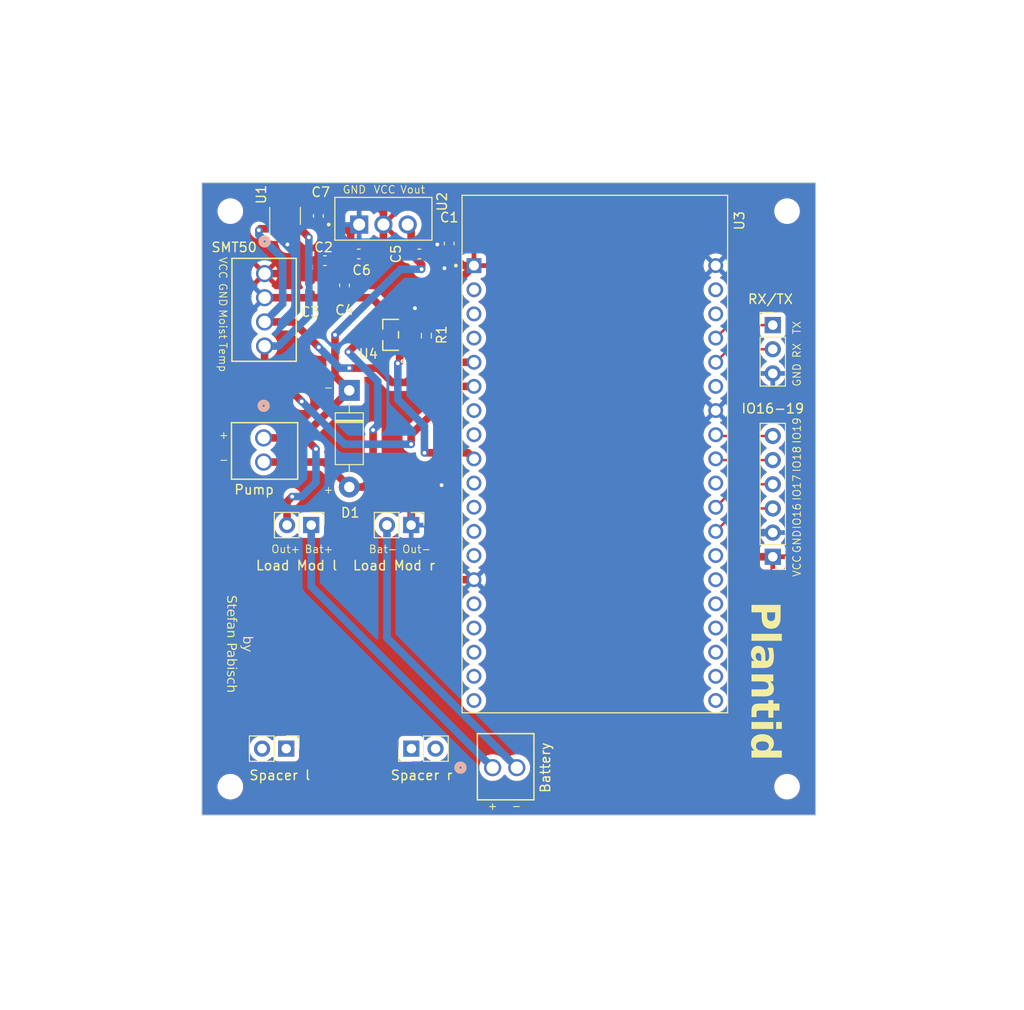
<source format=kicad_pcb>
(kicad_pcb (version 20221018) (generator pcbnew)
  (layers (0 "F.Cu" signal) (31 "B.Cu" signal) (34 "B.Paste" user) (35 "F.Paste" user) (36 "B.SilkS" user "B.Silkscreen") (37 "F.SilkS" user "F.Silkscreen") (38 "B.Mask" user) (39 "F.Mask" user) (44 "Edge.Cuts" user))
  (net 0 "")
  (net 1 "GND")
  (net 2 "+3.3V")
  (net 3 "/Charger +")
  (net 4 "/Moisture")
  (net 5 "/Temperature")
  (net 6 "Net-(J3-Pin_1)")
  (net 7 "Net-(J3-Pin_2)")
  (net 8 "/IO16")
  (net 9 "/IO17")
  (net 10 "/IO18")
  (net 11 "/IO19")
  (net 12 "/TX")
  (net 13 "/RX")
  (net 39 "/Gate")
  (net 40 "Net-(D1-A)")
  (footprint "ESP32-DEVKITC-32D:MODULE_ESP32-DEVKITC-32D" (layer "F.Cu") (at 145.3 106.48)
    (fp_text reference "U3" (at 15.2 -24.48 90) (layer "F.SilkS") (effects (font (size 1.000386 1.000386))))
    (fp_text value "ESP32-DEVKITC-32D")
    (fp_line (start -13.95 -27.15) (end 13.95 -27.15) (stroke (width 0.127)) (layer "F.SilkS"))
    (fp_line (start -13.95 27.25) (end -13.95 -27.15) (stroke (width 0.127)) (layer "F.SilkS"))
    (fp_line (start 13.95 -27.15) (end 13.95 27.25) (stroke (width 0.127)) (layer "F.SilkS"))
    (fp_line (start 13.95 27.25) (end -13.95 27.25) (stroke (width 0.127)) (layer "F.SilkS"))
    (fp_circle (center -14.6 -19.76) (end -14.5 -19.76) (stroke (width 0.2)) (fill none) (layer "F.SilkS"))
    (pad "J2-1" thru_hole rect (at -12.7 -19.76) (size 1.56 1.56) (drill 1.04) (layers "*.Cu" "*.Mask") (net 2 "+3.3V"))
    (pad "J2-2" thru_hole circle (at -12.7 -17.22) (size 1.56 1.56) (drill 1.04) (layers "*.Cu" "*.Mask"))
    (pad "J2-3" thru_hole circle (at -12.7 -14.68) (size 1.56 1.56) (drill 1.04) (layers "*.Cu" "*.Mask"))
    (pad "J2-4" thru_hole circle (at -12.7 -12.14) (size 1.56 1.56) (drill 1.04) (layers "*.Cu" "*.Mask"))
    (pad "J2-5" thru_hole circle (at -12.7 -9.6) (size 1.56 1.56) (drill 1.04) (layers "*.Cu" "*.Mask") (net 4 "/Moisture"))
    (pad "J2-6" thru_hole circle (at -12.7 -7.06) (size 1.56 1.56) (drill 1.04) (layers "*.Cu" "*.Mask") (net 5 "/Temperature"))
    (pad "J2-7" thru_hole circle (at -12.7 -4.52) (size 1.56 1.56) (drill 1.04) (layers "*.Cu" "*.Mask"))
    (pad "J2-8" thru_hole circle (at -12.7 -1.98) (size 1.56 1.56) (drill 1.04) (layers "*.Cu" "*.Mask"))
    (pad "J2-9" thru_hole circle (at -12.7 0.56) (size 1.56 1.56) (drill 1.04) (layers "*.Cu" "*.Mask") (net 39 "/Gate"))
    (pad "J2-10" thru_hole circle (at -12.7 3.1) (size 1.56 1.56) (drill 1.04) (layers "*.Cu" "*.Mask"))
    (pad "J2-11" thru_hole circle (at -12.7 5.64) (size 1.56 1.56) (drill 1.04) (layers "*.Cu" "*.Mask"))
    (pad "J2-12" thru_hole circle (at -12.7 8.18) (size 1.56 1.56) (drill 1.04) (layers "*.Cu" "*.Mask"))
    (pad "J2-13" thru_hole circle (at -12.7 10.72) (size 1.56 1.56) (drill 1.04) (layers "*.Cu" "*.Mask"))
    (pad "J2-14" thru_hole circle (at -12.7 13.26) (size 1.56 1.56) (drill 1.04) (layers "*.Cu" "*.Mask") (net 1 "GND"))
    (pad "J2-15" thru_hole circle (at -12.7 15.8) (size 1.56 1.56) (drill 1.04) (layers "*.Cu" "*.Mask"))
    (pad "J2-16" thru_hole circle (at -12.7 18.34) (size 1.56 1.56) (drill 1.04) (layers "*.Cu" "*.Mask"))
    (pad "J2-17" thru_hole circle (at -12.7 20.88) (size 1.56 1.56) (drill 1.04) (layers "*.Cu" "*.Mask"))
    (pad "J2-18" thru_hole circle (at -12.7 23.42) (size 1.56 1.56) (drill 1.04) (layers "*.Cu" "*.Mask"))
    (pad "J2-19" thru_hole circle (at -12.7 25.96) (size 1.56 1.56) (drill 1.04) (layers "*.Cu" "*.Mask"))
    (pad "J3-1" thru_hole circle (at 12.7 -19.76) (size 1.56 1.56) (drill 1.04) (layers "*.Cu" "*.Mask") (net 1 "GND"))
    (pad "J3-2" thru_hole circle (at 12.7 -17.22) (size 1.56 1.56) (drill 1.04) (layers "*.Cu" "*.Mask"))
    (pad "J3-3" thru_hole circle (at 12.7 -14.68) (size 1.56 1.56) (drill 1.04) (layers "*.Cu" "*.Mask"))
    (pad "J3-4" thru_hole circle (at 12.7 -12.14) (size 1.56 1.56) (drill 1.04) (layers "*.Cu" "*.Mask") (net 12 "/TX"))
    (pad "J3-5" thru_hole circle (at 12.7 -9.6) (size 1.56 1.56) (drill 1.04) (layers "*.Cu" "*.Mask") (net 13 "/RX"))
    (pad "J3-6" thru_hole circle (at 12.7 -7.06) (size 1.56 1.56) (drill 1.04) (layers "*.Cu" "*.Mask"))
    (pad "J3-7" thru_hole circle (at 12.7 -4.52) (size 1.56 1.56) (drill 1.04) (layers "*.Cu" "*.Mask") (net 1 "GND"))
    (pad "J3-8" thru_hole circle (at 12.7 -1.98) (size 1.56 1.56) (drill 1.04) (layers "*.Cu" "*.Mask") (net 11 "/IO19"))
    (pad "J3-9" thru_hole circle (at 12.7 0.56) (size 1.56 1.56) (drill 1.04) (layers "*.Cu" "*.Mask") (net 10 "/IO18"))
    (pad "J3-10" thru_hole circle (at 12.7 3.1) (size 1.56 1.56) (drill 1.04) (layers "*.Cu" "*.Mask"))
    (pad "J3-11" thru_hole circle (at 12.7 5.64) (size 1.56 1.56) (drill 1.04) (layers "*.Cu" "*.Mask") (net 9 "/IO17"))
    (pad "J3-12" thru_hole circle (at 12.7 8.18) (size 1.56 1.56) (drill 1.04) (layers "*.Cu" "*.Mask") (net 8 "/IO16"))
    (pad "J3-13" thru_hole circle (at 12.7 10.72) (size 1.56 1.56) (drill 1.04) (layers "*.Cu" "*.Mask"))
    (pad "J3-14" thru_hole circle (at 12.7 13.26) (size 1.56 1.56) (drill 1.04) (layers "*.Cu" "*.Mask"))
    (pad "J3-15" thru_hole circle (at 12.7 15.8) (size 1.56 1.56) (drill 1.04) (layers "*.Cu" "*.Mask"))
    (pad "J3-16" thru_hole circle (at 12.7 18.34) (size 1.56 1.56) (drill 1.04) (layers "*.Cu" "*.Mask"))
    (pad "J3-17" thru_hole circle (at 12.7 20.88) (size 1.56 1.56) (drill 1.04) (layers "*.Cu" "*.Mask"))
    (pad "J3-18" thru_hole circle (at 12.7 23.42) (size 1.56 1.56) (drill 1.04) (layers "*.Cu" "*.Mask"))
    (pad "J3-19" thru_hole circle (at 12.7 25.96) (size 1.56 1.56) (drill 1.04) (layers "*.Cu" "*.Mask"))
  )
  (footprint "Capacitor_SMD:C_0603_1608Metric_Pad1.08x0.95mm_HandSolder" (layer "F.Cu") (at 119 88.8 90)
    (fp_text reference "C4" (at -2.6 0 180) (layer "F.SilkS"))
    (fp_text value "1u")
    (fp_line (start -0.146267 -0.51) (end 0.146267 -0.51) (stroke (width 0.12)) (layer "F.SilkS"))
    (fp_line (start -0.146267 0.51) (end 0.146267 0.51) (stroke (width 0.12)) (layer "F.SilkS"))
    (pad "1" smd roundrect (at -0.8625 0 90) (size 1.075 0.95) (layers "F.Cu" "F.Paste" "F.Mask") (net 1 "GND"))
    (pad "2" smd roundrect (at 0.8625 0 90) (size 1.075 0.95) (layers "F.Cu" "F.Paste" "F.Mask") (net 2 "+3.3V"))
  )
  (footprint "Capacitor_SMD:C_0603_1608Metric_Pad1.08x0.95mm_HandSolder" (layer "F.Cu") (at 116.9375 86.2 180)
    (fp_text reference "C2" (at 0.1375 1.4 180) (layer "F.SilkS"))
    (fp_text value "10u")
    (fp_line (start -0.146267 -0.51) (end 0.146267 -0.51) (stroke (width 0.12)) (layer "F.SilkS"))
    (fp_line (start -0.146267 0.51) (end 0.146267 0.51) (stroke (width 0.12)) (layer "F.SilkS"))
    (pad "1" smd roundrect (at -0.8625 0 180) (size 1.075 0.95) (layers "F.Cu" "F.Paste" "F.Mask") (net 1 "GND"))
    (pad "2" smd roundrect (at 0.8625 0 180) (size 1.075 0.95) (layers "F.Cu" "F.Paste" "F.Mask") (net 2 "+3.3V"))
  )
  (footprint "MountingHole:MountingHole_2.2mm_M2" (layer "F.Cu") (at 165.5 81)
    (fp_text reference "H2")
    (fp_text value "MountingHole")
    (pad "" np_thru_hole circle (at 0 0) (size 2.2 2.2) (drill 2.2) (layers "*.Cu" "*.Mask"))
  )
  (footprint "MountingHole:MountingHole_2.2mm_M2" (layer "F.Cu") (at 165.5 141.5)
    (fp_text reference "H4")
    (fp_text value "MountingHole")
    (pad "" np_thru_hole circle (at 0 0) (size 2.2 2.2) (drill 2.2) (layers "*.Cu" "*.Mask"))
  )
  (footprint "MountingHole:MountingHole_2.2mm_M2" (layer "F.Cu") (at 107 81)
    (fp_text reference "H1")
    (fp_text value "MountingHole")
    (pad "" np_thru_hole circle (at 0 0) (size 2.2 2.2) (drill 2.2) (layers "*.Cu" "*.Mask"))
  )
  (footprint "Resistor_SMD:R_0603_1608Metric_Pad0.98x0.95mm_HandSolder" (layer "F.Cu") (at 127.6 94.0875 -90)
    (fp_text reference "R1" (at -0.0875 -1.6 90) (layer "F.SilkS"))
    (fp_text value "10k")
    (fp_line (start -0.254724 -0.5225) (end 0.254724 -0.5225) (stroke (width 0.12)) (layer "F.SilkS"))
    (fp_line (start -0.254724 0.5225) (end 0.254724 0.5225) (stroke (width 0.12)) (layer "F.SilkS"))
    (pad "1" smd roundrect (at -0.9125 0 270) (size 0.975 0.95) (layers "F.Cu" "F.Paste" "F.Mask") (net 1 "GND"))
    (pad "2" smd roundrect (at 0.9125 0 270) (size 0.975 0.95) (layers "F.Cu" "F.Paste" "F.Mask") (net 39 "/Gate"))
  )
  (footprint "Capacitor_SMD:C_0603_1608Metric_Pad1.08x0.95mm_HandSolder" (layer "F.Cu") (at 115.4 89 90)
    (fp_text reference "C3" (at -2.6 0 180) (layer "F.SilkS"))
    (fp_text value "10u")
    (fp_line (start -0.146267 -0.51) (end 0.146267 -0.51) (stroke (width 0.12)) (layer "F.SilkS"))
    (fp_line (start -0.146267 0.51) (end 0.146267 0.51) (stroke (width 0.12)) (layer "F.SilkS"))
    (pad "1" smd roundrect (at -0.8625 0 90) (size 1.075 0.95) (layers "F.Cu" "F.Paste" "F.Mask") (net 1 "GND"))
    (pad "2" smd roundrect (at 0.8625 0 90) (size 1.075 0.95) (layers "F.Cu" "F.Paste" "F.Mask") (net 2 "+3.3V"))
  )
  (footprint "Connector_PinHeader_2.54mm:PinHeader_1x03_P2.54mm_Vertical" (layer "F.Cu") (at 164 92.975)
    (fp_text reference "J7")
    (fp_text value "RX/TX" (at -0.25 -2.725) (layer "F.SilkS"))
    (fp_line (start -1.33 -1.33) (end 0 -1.33) (stroke (width 0.12)) (layer "F.SilkS"))
    (fp_line (start -1.33 0) (end -1.33 -1.33) (stroke (width 0.12)) (layer "F.SilkS"))
    (fp_line (start -1.33 1.27) (end -1.33 6.41) (stroke (width 0.12)) (layer "F.SilkS"))
    (fp_line (start -1.33 1.27) (end 1.33 1.27) (stroke (width 0.12)) (layer "F.SilkS"))
    (fp_line (start -1.33 6.41) (end 1.33 6.41) (stroke (width 0.12)) (layer "F.SilkS"))
    (fp_line (start 1.33 1.27) (end 1.33 6.41) (stroke (width 0.12)) (layer "F.SilkS"))
    (pad "1" thru_hole rect (at 0 0) (size 1.7 1.7) (drill 1) (layers "*.Cu" "*.Mask") (net 12 "/TX"))
    (pad "2" thru_hole oval (at 0 2.54) (size 1.7 1.7) (drill 1) (layers "*.Cu" "*.Mask") (net 13 "/RX"))
    (pad "3" thru_hole oval (at 0 5.08) (size 1.7 1.7) (drill 1) (layers "*.Cu" "*.Mask") (net 1 "GND"))
  )
  (footprint "Connector_PinHeader_2.54mm:PinHeader_1x06_P2.54mm_Vertical" (layer "F.Cu") (at 164 117.33 180)
    (fp_text reference "J6")
    (fp_text value "IO16-19" (at 0 15.58) (layer "F.SilkS"))
    (fp_line (start -1.33 -1.33) (end 0 -1.33) (stroke (width 0.12)) (layer "F.SilkS"))
    (fp_line (start -1.33 0) (end -1.33 -1.33) (stroke (width 0.12)) (layer "F.SilkS"))
    (fp_line (start -1.33 1.27) (end -1.33 14.03) (stroke (width 0.12)) (layer "F.SilkS"))
    (fp_line (start -1.33 1.27) (end 1.33 1.27) (stroke (width 0.12)) (layer "F.SilkS"))
    (fp_line (start -1.33 14.03) (end 1.33 14.03) (stroke (width 0.12)) (layer "F.SilkS"))
    (fp_line (start 1.33 1.27) (end 1.33 14.03) (stroke (width 0.12)) (layer "F.SilkS"))
    (pad "1" thru_hole rect (at 0 0 180) (size 1.7 1.7) (drill 1) (layers "*.Cu" "*.Mask") (net 2 "+3.3V"))
    (pad "2" thru_hole oval (at 0 2.54 180) (size 1.7 1.7) (drill 1) (layers "*.Cu" "*.Mask") (net 1 "GND"))
    (pad "3" thru_hole oval (at 0 5.08 180) (size 1.7 1.7) (drill 1) (layers "*.Cu" "*.Mask") (net 8 "/IO16"))
    (pad "4" thru_hole oval (at 0 7.62 180) (size 1.7 1.7) (drill 1) (layers "*.Cu" "*.Mask") (net 9 "/IO17"))
    (pad "5" thru_hole oval (at 0 10.16 180) (size 1.7 1.7) (drill 1) (layers "*.Cu" "*.Mask") (net 10 "/IO18"))
    (pad "6" thru_hole oval (at 0 12.7 180) (size 1.7 1.7) (drill 1) (layers "*.Cu" "*.Mask") (net 11 "/IO19"))
  )
  (footprint "1x04 Connector:CONN_OSTVN04A150_OST" (layer "F.Cu") (at 110.6 87.56 -90)
    (fp_text reference "J1")
    (fp_text value "SMT50" (at -2.76 3.2 unlocked) (layer "F.SilkS"))
    (fp_circle (center -3.3782 0) (end -2.9972 0) (stroke (width 0.508)) (fill none) (layer "B.SilkS"))
    (fp_line (start -1.6002 -3.327001) (end -1.6002 3.429399) (stroke (width 0.1524)) (layer "F.SilkS"))
    (fp_line (start -1.6002 3.429399) (end 9.2202 3.429399) (stroke (width 0.1524)) (layer "F.SilkS"))
    (fp_line (start 9.2202 -3.327001) (end -1.6002 -3.327001) (stroke (width 0.1524)) (layer "F.SilkS"))
    (fp_line (start 9.2202 3.429399) (end 9.2202 -3.327001) (stroke (width 0.1524)) (layer "F.SilkS"))
    (fp_circle (center -3.3782 0) (end -2.9972 0) (stroke (width 0.508)) (fill none) (layer "F.SilkS"))
    (pad "1" thru_hole circle (at 0 0 270) (size 1.8034 1.8034) (drill 1.2954) (layers "*.Cu" "*.Mask") (net 2 "+3.3V"))
    (pad "2" thru_hole circle (at 2.54 0 270) (size 1.8034 1.8034) (drill 1.2954) (layers "*.Cu" "*.Mask") (net 1 "GND"))
    (pad "3" thru_hole circle (at 5.08 0 270) (size 1.8034 1.8034) (drill 1.2954) (layers "*.Cu" "*.Mask") (net 4 "/Moisture"))
    (pad "4" thru_hole circle (at 7.62 0 270) (size 1.8034 1.8034) (drill 1.2954) (layers "*.Cu" "*.Mask") (net 5 "/Temperature"))
  )
  (footprint "LD1117V33:TO255P1020X450X1968-3" (layer "F.Cu") (at 123.0875 81.8)
    (fp_text reference "U2" (at 6.1625 -1.8 -90) (layer "F.SilkS"))
    (fp_text value "LD1117S33TR_SOT223")
    (fp_line (start -5.1 -2.25) (end 5.1 -2.25) (stroke (width 0.127)) (layer "F.SilkS"))
    (fp_line (start -5.1 2.25) (end -5.1 -2.25) (stroke (width 0.127)) (layer "F.SilkS"))
    (fp_line (start 5.1 -2.25) (end 5.1 2.25) (stroke (width 0.127)) (layer "F.SilkS"))
    (fp_line (start 5.1 2.25) (end -5.1 2.25) (stroke (width 0.127)) (layer "F.SilkS"))
    (fp_circle (center -5.75 0.605) (end -5.65 0.605) (stroke (width 0.2)) (fill none) (layer "F.SilkS"))
    (pad "1" thru_hole rect (at -2.55 0.605) (size 1.91 1.91) (drill 1.27) (layers "*.Cu" "*.Mask") (net 1 "GND"))
    (pad "2" thru_hole circle (at 0 0.605) (size 1.91 1.91) (drill 1.27) (layers "*.Cu" "*.Mask") (net 2 "+3.3V"))
    (pad "3" thru_hole circle (at 2.55 0.605) (size 1.91 1.91) (drill 1.27) (layers "*.Cu" "*.Mask") (net 3 "/Charger +"))
  )
  (footprint "Connector_PinHeader_2.54mm:PinHeader_1x02_P2.54mm_Vertical" (layer "F.Cu") (at 115.5 114 -90)
    (fp_text reference "J5")
    (fp_text value "Load Mod l" (at 4.25 1.54) (layer "F.SilkS"))
    (fp_line (start -1.33 -1.33) (end 0 -1.33) (stroke (width 0.12)) (layer "F.SilkS"))
    (fp_line (start -1.33 0) (end -1.33 -1.33) (stroke (width 0.12)) (layer "F.SilkS"))
    (fp_line (start -1.33 1.27) (end -1.33 3.87) (stroke (width 0.12)) (layer "F.SilkS"))
    (fp_line (start -1.33 1.27) (end 1.33 1.27) (stroke (width 0.12)) (layer "F.SilkS"))
    (fp_line (start -1.33 3.87) (end 1.33 3.87) (stroke (width 0.12)) (layer "F.SilkS"))
    (fp_line (start 1.33 1.27) (end 1.33 3.87) (stroke (width 0.12)) (layer "F.SilkS"))
    (pad "1" thru_hole rect (at 0 0 270) (size 1.7 1.7) (drill 1) (layers "*.Cu" "*.Mask") (net 6 "Net-(J3-Pin_1)"))
    (pad "2" thru_hole oval (at 0 2.54 270) (size 1.7 1.7) (drill 1) (layers "*.Cu" "*.Mask") (net 3 "/Charger +"))
  )
  (footprint "1x02 Connector:CONN_OSTVN02A150_OST" (layer "F.Cu") (at 134.56 139.5)
    (fp_text reference "J3")
    (fp_text value "Battery" (at 5.54 0 90 unlocked) (layer "F.SilkS"))
    (fp_circle (center -3.379724 0) (end -2.998724 0) (stroke (width 0.508)) (fill none) (layer "B.SilkS"))
    (fp_line (start -1.601724 -3.577001) (end -1.601724 3.382599) (stroke (width 0.1524)) (layer "F.SilkS"))
    (fp_line (start -1.601724 3.382599) (end 4.341876 3.382599) (stroke (width 0.1524)) (layer "F.SilkS"))
    (fp_line (start 4.341876 -3.577001) (end -1.601724 -3.577001) (stroke (width 0.1524)) (layer "F.SilkS"))
    (fp_line (start 4.341876 3.382599) (end 4.341876 -3.577001) (stroke (width 0.1524)) (layer "F.SilkS"))
    (fp_circle (center -3.379724 0) (end -2.998724 0) (stroke (width 0.508)) (fill none) (layer "F.SilkS"))
    (pad "1" thru_hole circle (at 0 0) (size 1.8034 1.8034) (drill 1.2954) (layers "*.Cu" "*.Mask") (net 6 "Net-(J3-Pin_1)"))
    (pad "2" thru_hole circle (at 2.54 0) (size 1.8034 1.8034) (drill 1.2954) (layers "*.Cu" "*.Mask") (net 7 "Net-(J3-Pin_2)"))
  )
  (footprint "Capacitor_SMD:C_0603_1608Metric_Pad1.08x0.95mm_HandSolder" (layer "F.Cu") (at 130 84.4 -90)
    (fp_text reference "C1" (at -2.7375 0) (layer "F.SilkS"))
    (fp_text value "100n")
    (fp_line (start -0.146267 -0.51) (end 0.146267 -0.51) (stroke (width 0.12)) (layer "F.SilkS"))
    (fp_line (start -0.146267 0.51) (end 0.146267 0.51) (stroke (width 0.12)) (layer "F.SilkS"))
    (pad "1" smd roundrect (at -0.8625 0 270) (size 1.075 0.95) (layers "F.Cu" "F.Paste" "F.Mask") (net 1 "GND"))
    (pad "2" smd roundrect (at 0.8625 0 270) (size 1.075 0.95) (layers "F.Cu" "F.Paste" "F.Mask") (net 2 "+3.3V"))
  )
  (footprint "Connector_PinHeader_2.54mm:PinHeader_1x02_P2.54mm_Vertical" (layer "F.Cu") (at 126 114 -90)
    (fp_text reference "J4")
    (fp_text value "Load Mod r" (at 4.25 1.8) (layer "F.SilkS"))
    (fp_line (start -1.33 -1.33) (end 0 -1.33) (stroke (width 0.12)) (layer "F.SilkS"))
    (fp_line (start -1.33 0) (end -1.33 -1.33) (stroke (width 0.12)) (layer "F.SilkS"))
    (fp_line (start -1.33 1.27) (end -1.33 3.87) (stroke (width 0.12)) (layer "F.SilkS"))
    (fp_line (start -1.33 1.27) (end 1.33 1.27) (stroke (width 0.12)) (layer "F.SilkS"))
    (fp_line (start -1.33 3.87) (end 1.33 3.87) (stroke (width 0.12)) (layer "F.SilkS"))
    (fp_line (start 1.33 1.27) (end 1.33 3.87) (stroke (width 0.12)) (layer "F.SilkS"))
    (pad "1" thru_hole rect (at 0 0 270) (size 1.7 1.7) (drill 1) (layers "*.Cu" "*.Mask") (net 1 "GND"))
    (pad "2" thru_hole oval (at 0 2.54 270) (size 1.7 1.7) (drill 1) (layers "*.Cu" "*.Mask") (net 7 "Net-(J3-Pin_2)"))
  )
  (footprint "MountingHole:MountingHole_2.2mm_M2" (layer "F.Cu") (at 107 141.5)
    (fp_text reference "H3")
    (fp_text value "MountingHole")
    (pad "" np_thru_hole circle (at 0 0) (size 2.2 2.2) (drill 2.2) (layers "*.Cu" "*.Mask"))
  )
  (footprint "Capacitor_SMD:C_0603_1608Metric_Pad1.08x0.95mm_HandSolder" (layer "F.Cu") (at 116.25 81.5 -90)
    (fp_text reference "C7" (at -2.5 -0.25 -180) (layer "F.SilkS"))
    (fp_text value "100n")
    (fp_line (start -0.146267 -0.51) (end 0.146267 -0.51) (stroke (width 0.12)) (layer "F.SilkS"))
    (fp_line (start -0.146267 0.51) (end 0.146267 0.51) (stroke (width 0.12)) (layer "F.SilkS"))
    (pad "1" smd roundrect (at -0.8625 0 270) (size 1.075 0.95) (layers "F.Cu" "F.Paste" "F.Mask") (net 2 "+3.3V"))
    (pad "2" smd roundrect (at 0.8625 0 270) (size 1.075 0.95) (layers "F.Cu" "F.Paste" "F.Mask") (net 1 "GND"))
  )
  (footprint "Package_TO_SOT_SMD:SOT-23-6_Handsoldering" (layer "F.Cu") (at 112.75 81.5 90)
    (fp_text reference "U1" (at 2.25 -2.5 270) (layer "F.SilkS"))
    (fp_text value "WE-TVS-824015043")
    (fp_line (start -0.9 1.61) (end 0.9 1.61) (stroke (width 0.12)) (layer "F.SilkS"))
    (fp_line (start 0.9 -1.61) (end -2.05 -1.61) (stroke (width 0.12)) (layer "F.SilkS"))
    (pad "1" smd rect (at -1.35 -0.95 90) (size 1.56 0.65) (layers "F.Cu" "F.Paste" "F.Mask") (net 4 "/Moisture"))
    (pad "2" smd rect (at -1.35 0 90) (size 1.56 0.65) (layers "F.Cu" "F.Paste" "F.Mask") (net 1 "GND"))
    (pad "3" smd rect (at -1.35 0.95 90) (size 1.56 0.65) (layers "F.Cu" "F.Paste" "F.Mask") (net 5 "/Temperature"))
    (pad "4" smd rect (at 1.35 0.95 90) (size 1.56 0.65) (layers "F.Cu" "F.Paste" "F.Mask"))
    (pad "5" smd rect (at 1.35 0 90) (size 1.56 0.65) (layers "F.Cu" "F.Paste" "F.Mask") (net 2 "+3.3V"))
    (pad "6" smd rect (at 1.35 -0.95 90) (size 1.56 0.65) (layers "F.Cu" "F.Paste" "F.Mask"))
  )
  (footprint "Connector_PinHeader_2.54mm:PinHeader_1x02_P2.54mm_Vertical" (layer "F.Cu") (at 126.025 137.5 90)
    (fp_text reference "J8")
    (fp_text value "Spacer r" (at -2.8 1.075) (layer "F.SilkS"))
    (fp_line (start -1.33 -1.33) (end 0 -1.33) (stroke (width 0.12)) (layer "F.SilkS"))
    (fp_line (start -1.33 0) (end -1.33 -1.33) (stroke (width 0.12)) (layer "F.SilkS"))
    (fp_line (start -1.33 1.27) (end -1.33 3.87) (stroke (width 0.12)) (layer "F.SilkS"))
    (fp_line (start -1.33 1.27) (end 1.33 1.27) (stroke (width 0.12)) (layer "F.SilkS"))
    (fp_line (start -1.33 3.87) (end 1.33 3.87) (stroke (width 0.12)) (layer "F.SilkS"))
    (fp_line (start 1.33 1.27) (end 1.33 3.87) (stroke (width 0.12)) (layer "F.SilkS"))
    (pad "1" thru_hole rect (at 0 0 90) (size 1.7 1.7) (drill 1) (layers "*.Cu" "*.Mask"))
    (pad "2" thru_hole oval (at 0 2.54 90) (size 1.7 1.7) (drill 1) (layers "*.Cu" "*.Mask"))
  )
  (footprint "Connector_PinHeader_2.54mm:PinHeader_1x02_P2.54mm_Vertical" (layer "F.Cu") (at 112.875 137.5 -90)
    (fp_text reference "J9")
    (fp_text value "Spacer l" (at 2.8 0.675) (layer "F.SilkS"))
    (fp_line (start -1.33 -1.33) (end 0 -1.33) (stroke (width 0.12)) (layer "F.SilkS"))
    (fp_line (start -1.33 0) (end -1.33 -1.33) (stroke (width 0.12)) (layer "F.SilkS"))
    (fp_line (start -1.33 1.27) (end -1.33 3.87) (stroke (width 0.12)) (layer "F.SilkS"))
    (fp_line (start -1.33 1.27) (end 1.33 1.27) (stroke (width 0.12)) (layer "F.SilkS"))
    (fp_line (start -1.33 3.87) (end 1.33 3.87) (stroke (width 0.12)) (layer "F.SilkS"))
    (fp_line (start 1.33 1.27) (end 1.33 3.87) (stroke (width 0.12)) (layer "F.SilkS"))
    (pad "1" thru_hole rect (at 0 0 270) (size 1.7 1.7) (drill 1) (layers "*.Cu" "*.Mask"))
    (pad "2" thru_hole oval (at 0 2.54 270) (size 1.7 1.7) (drill 1) (layers "*.Cu" "*.Mask"))
  )
  (footprint "Diode_THT:D_DO-41_SOD81_P10.16mm_Horizontal" (layer "F.Cu") (at 119.5 99.84 -90)
    (fp_text reference "D1" (at 12.86 -0.1 -180) (layer "F.SilkS"))
    (fp_text value "D")
    (fp_line (start 1.34 0) (end 2.36 0) (stroke (width 0.12)) (layer "F.SilkS"))
    (fp_line (start 2.36 -1.47) (end 2.36 1.47) (stroke (width 0.12)) (layer "F.SilkS"))
    (fp_line (start 2.36 1.47) (end 7.8 1.47) (stroke (width 0.12)) (layer "F.SilkS"))
    (fp_line (start 3.14 -1.47) (end 3.14 1.47) (stroke (width 0.12)) (layer "F.SilkS"))
    (fp_line (start 3.26 -1.47) (end 3.26 1.47) (stroke (width 0.12)) (layer "F.SilkS"))
    (fp_line (start 3.38 -1.47) (end 3.38 1.47) (stroke (width 0.12)) (layer "F.SilkS"))
    (fp_line (start 7.8 -1.47) (end 2.36 -1.47) (stroke (width 0.12)) (layer "F.SilkS"))
    (fp_line (start 7.8 1.47) (end 7.8 -1.47) (stroke (width 0.12)) (layer "F.SilkS"))
    (fp_line (start 8.82 0) (end 7.8 0) (stroke (width 0.12)) (layer "F.SilkS"))
    (pad "1" thru_hole rect (at 0 0 270) (size 2.2 2.2) (drill 1.1) (layers "*.Cu" "*.Mask") (net 3 "/Charger +"))
    (pad "2" thru_hole oval (at 10.16 0 270) (size 2.2 2.2) (drill 1.1) (layers "*.Cu" "*.Mask") (net 40 "Net-(D1-A)"))
  )
  (footprint "BSH108:SOT23_NXP" (layer "F.Cu") (at 123.84725 94 90)
    (fp_text reference "U4" (at -2 -2.34725 unlocked) (layer "F.SilkS"))
    (fp_text value "BSH108")
    (fp_line (start -1.6256 -0.8255) (end -1.6256 0.8255) (stroke (width 0.1524)) (layer "F.SilkS"))
    (fp_line (start -0.61214 -0.8255) (end -1.6256 -0.8255) (stroke (width 0.1524)) (layer "F.SilkS"))
    (fp_line (start -0.34036 0.8255) (end 0.34036 0.8255) (stroke (width 0.1524)) (layer "F.SilkS"))
    (fp_line (start 1.6256 -0.8255) (end 0.61214 -0.8255) (stroke (width 0.1524)) (layer "F.SilkS"))
    (fp_line (start 1.6256 0.8255) (end 1.6256 -0.8255) (stroke (width 0.1524)) (layer "F.SilkS"))
    (fp_circle (center -2.7686 1.25) (end -2.6416 1.25) (stroke (width 0.1524)) (fill none) (layer "F.SilkS"))
    (pad "1" smd rect (at -0.9525 0.9452 90) (size 0.5588 1.3208) (layers "F.Cu" "F.Paste" "F.Mask") (net 39 "/Gate"))
    (pad "2" smd rect (at 0.9525 0.9452 90) (size 0.5588 1.3208) (layers "F.Cu" "F.Paste" "F.Mask") (net 1 "GND"))
    (pad "3" smd rect (at 0 -0.84725 90) (size 0.5588 1.3208) (layers "F.Cu" "F.Paste" "F.Mask") (net 40 "Net-(D1-A)"))
  )
  (footprint "Capacitor_SMD:C_0603_1608Metric_Pad1.08x0.95mm_HandSolder" (layer "F.Cu") (at 126.8625 85.5)
    (fp_text reference "C5" (at -2.4625 0 -90) (layer "F.SilkS"))
    (fp_text value "100n")
    (fp_line (start -0.146267 -0.51) (end 0.146267 -0.51) (stroke (width 0.12)) (layer "F.SilkS"))
    (fp_line (start -0.146267 0.51) (end 0.146267 0.51) (stroke (width 0.12)) (layer "F.SilkS"))
    (pad "1" smd roundrect (at -0.8625 0) (size 1.075 0.95) (layers "F.Cu" "F.Paste" "F.Mask") (net 3 "/Charger +"))
    (pad "2" smd roundrect (at 0.8625 0) (size 1.075 0.95) (layers "F.Cu" "F.Paste" "F.Mask") (net 1 "GND"))
  )
  (footprint "1x02 Connector:CONN_OSTVN02A150_OST" (layer "F.Cu") (at 110.502799 104.834824 -90)
    (fp_text reference "J2")
    (fp_text value "Pump" (at 5.44 1.002799 unlocked) (layer "F.SilkS"))
    (fp_circle (center -3.379724 0) (end -2.998724 0) (stroke (width 0.508)) (fill none) (layer "B.SilkS"))
    (fp_line (start -1.601724 -3.577001) (end -1.601724 3.382599) (stroke (width 0.1524)) (layer "F.SilkS"))
    (fp_line (start -1.601724 3.382599) (end 4.341876 3.382599) (stroke (width 0.1524)) (layer "F.SilkS"))
    (fp_line (start 4.341876 -3.577001) (end -1.601724 -3.577001) (stroke (width 0.1524)) (layer "F.SilkS"))
    (fp_line (start 4.341876 3.382599) (end 4.341876 -3.577001) (stroke (width 0.1524)) (layer "F.SilkS"))
    (fp_circle (center -3.379724 0) (end -2.998724 0) (stroke (width 0.508)) (fill none) (layer "F.SilkS"))
    (pad "1" thru_hole circle (at 0 0 270) (size 1.8034 1.8034) (drill 1.2954) (layers "*.Cu" "*.Mask") (net 3 "/Charger +"))
    (pad "2" thru_hole circle (at 2.54 0 270) (size 1.8034 1.8034) (drill 1.2954) (layers "*.Cu" "*.Mask") (net 40 "Net-(D1-A)"))
  )
  (footprint "Capacitor_SMD:C_0603_1608Metric_Pad1.08x0.95mm_HandSolder" (layer "F.Cu") (at 120.5 85.5 180)
    (fp_text reference "C6" (at -0.3 -1.7 180) (layer "F.SilkS"))
    (fp_text value "10u")
    (fp_line (start -0.146267 -0.51) (end 0.146267 -0.51) (stroke (width 0.12)) (layer "F.SilkS"))
    (fp_line (start -0.146267 0.51) (end 0.146267 0.51) (stroke (width 0.12)) (layer "F.SilkS"))
    (pad "1" smd roundrect (at -0.8625 0 180) (size 1.075 0.95) (layers "F.Cu" "F.Paste" "F.Mask") (net 2 "+3.3V"))
    (pad "2" smd roundrect (at 0.8625 0 180) (size 1.075 0.95) (layers "F.Cu" "F.Paste" "F.Mask") (net 1 "GND"))
  )
  (gr_line (start 104 78) (end 104 144.5) (stroke (width 0.1)) (layer "Edge.Cuts"))
  (gr_line (start 104 144.5) (end 168.5 144.5) (stroke (width 0.1)) (layer "Edge.Cuts"))
  (gr_line (start 168.5 78) (end 168.5 144.5) (stroke (width 0.1)) (layer "Edge.Cuts"))
  (gr_line (start 168.5 78) (end 104 78) (stroke (width 0.1)) (layer "Edge.Cuts"))
  (gr_text "IO16" (at 167 114.5 90) (layer "F.SilkS") (effects (font (size 0.8 0.8) (thickness 0.1)) (justify left bottom)))
  (gr_text "RX" (at 167 96.5 90) (layer "F.SilkS") (effects (font (size 0.8 0.8) (thickness 0.1)) (justify left bottom)))
  (gr_text "Bat+" (at 114.75 117) (layer "F.SilkS") (effects (font (size 0.8 0.8) (thickness 0.1)) (justify left bottom)))
  (gr_text "VCC" (at 105.75 85.75 270) (layer "F.SilkS") (effects (font (size 0.8 0.8) (thickness 0.1)) (justify left bottom)))
  (gr_text "-" (at 136.5 144) (layer "F.SilkS") (effects (font (size 0.8 0.8) (thickness 0.1)) (justify left bottom)))
  (gr_text "Out-" (at 125 117) (layer "F.SilkS") (effects (font (size 0.8 0.8) (thickness 0.1)) (justify left bottom)))
  (gr_text "by\nStefan Pabisch" (at 106.5 126.5 -90) (layer "F.SilkS") (effects (font (size 1 1)) (justify bottom)))
  (gr_text "GND" (at 105.75 88.5 270) (layer "F.SilkS") (effects (font (size 0.8 0.8) (thickness 0.1)) (justify left bottom)))
  (gr_text "Temp" (at 105.75 94.75 270) (layer "F.SilkS") (effects (font (size 0.8 0.8) (thickness 0.1)) (justify left bottom)))
  (gr_text "+" (at 134 144) (layer "F.SilkS") (effects (font (size 0.8 0.8) (thickness 0.1)) (justify left bottom)))
  (gr_text "GND" (at 167 99.5 90) (layer "F.SilkS") (effects (font (size 0.8 0.8) (thickness 0.1)) (justify left bottom)))
  (gr_text "-" (at 105.75 107.6) (layer "F.SilkS") (effects (font (size 0.8 0.8) (thickness 0.1)) (justify left bottom)))
  (gr_text "GND" (at 167 117 90) (layer "F.SilkS") (effects (font (size 0.8 0.8) (thickness 0.1)) (justify left bottom)))
  (gr_text "Plantid" (at 161.25 122 270) (layer "F.SilkS") (effects (font (size 3 3) (thickness 0.6) bold) (justify left bottom)))
  (gr_text "Bat-" (at 121.5 117) (layer "F.SilkS") (effects (font (size 0.8 0.8) (thickness 0.1)) (justify left bottom)))
  (gr_text "GND" (at 118.75 79.2) (layer "F.SilkS") (effects (font (size 0.8 0.8) (thickness 0.1)) (justify left bottom)))
  (gr_text "Out+" (at 111.25 117) (layer "F.SilkS") (effects (font (size 0.8 0.8) (thickness 0.1)) (justify left bottom)))
  (gr_text "+" (at 116.75 110.75) (layer "F.SilkS") (effects (font (size 0.8 0.8) (thickness 0.1)) (justify left bottom)))
  (gr_text "VCC" (at 122 79.2) (layer "F.SilkS") (effects (font (size 0.8 0.8) (thickness 0.1)) (justify left bottom)))
  (gr_text "IO17" (at 167 111.5 90) (layer "F.SilkS") (effects (font (size 0.8 0.8) (thickness 0.1)) (justify left bottom)))
  (gr_text "IO18" (at 167 108.5 90) (layer "F.SilkS") (effects (font (size 0.8 0.8) (thickness 0.1)) (justify left bottom)))
  (gr_text "TX" (at 167 94 90) (layer "F.SilkS") (effects (font (size 0.8 0.8) (thickness 0.1)) (justify left bottom)))
  (gr_text "VCC" (at 167 119.5 90) (layer "F.SilkS") (effects (font (size 0.8 0.8) (thickness 0.1)) (justify left bottom)))
  (gr_text "+" (at 105.75 105) (layer "F.SilkS") (effects (font (size 0.8 0.8) (thickness 0.1)) (justify left bottom)))
  (gr_text "Vout" (at 124.8 79.2) (layer "F.SilkS") (effects (font (size 0.8 0.8) (thickness 0.1)) (justify left bottom)))
  (gr_text "-" (at 116.75 100) (layer "F.SilkS") (effects (font (size 0.8 0.8) (thickness 0.1)) (justify left bottom)))
  (gr_text "Moist" (at 105.75 91.25 270) (layer "F.SilkS") (effects (font (size 0.8 0.8) (thickness 0.1)) (justify left bottom)))
  (gr_text "IO19" (at 167 105.5 90) (layer "F.SilkS") (effects (font (size 0.8 0.8) (thickness 0.1)) (justify left bottom)))
  (segment (start 164 98.055) (end 161.905 98.055) (width 0.25) (layer "F.Cu") (net 1))
  (segment (start 126 114) (end 126 111.1375) (width 0.8) (layer "F.Cu") (net 1))
  (segment (start 130 119.74) (end 132.6 119.74) (width 0.8) (layer "F.Cu") (net 1))
  (segment (start 124.86495 91.2) (end 123.90495 92.16) (width 0.8) (layer "F.Cu") (net 1))
  (segment (start 128.75 84.475) (end 129.6875 83.5375) (width 0.8) (layer "F.Cu") (net 1))
  (segment (start 128.75 84.5) (end 128.75 84.475) (width 0.8) (layer "F.Cu") (net 1))
  (segment (start 118.695 82.3625) (end 119.6375 83.305) (width 0.8) (layer "F.Cu") (net 1))
  (segment (start 112.75 84.25) (end 112.75 82.85) (width 0.5) (layer "F.Cu") (net 1))
  (segment (start 129.2 109.8) (end 129.2 118.94) (width 0.8) (layer "F.Cu") (net 1))
  (segment (start 126.4 91.975) (end 127.6 93.175) (width 0.8) (layer "F.Cu") (net 1))
  (segment (start 129.5 87) (end 129.225 87) (width 0.8) (layer "F.Cu") (net 1))
  (segment (start 117.8 86.2) (end 118.9375 86.2) (width 0.8) (layer "F.Cu") (net 1))
  (segment (start 129.2 118.94) (end 130 119.74) (width 0.8) (layer "F.Cu") (net 1))
  (segment (start 128.725 84.5) (end 127.725 85.5) (width 0.8) (layer "F.Cu") (net 1))
  (segment (start 110.6 90.1) (end 121.84495 90.1) (width 0.8) (layer "F.Cu") (net 1))
  (segment (start 126.4 91.5) (end 126.4 91.975) (width 0.8) (layer "F.Cu") (net 1))
  (segment (start 161.905 98.055) (end 158 101.96) (width 0.25) (layer "F.Cu") (net 1))
  (segment (start 119.6375 85.5) (end 119.6375 83.305) (width 0.8) (layer "F.Cu") (net 1))
  (segment (start 127.1375 110) (end 129 110) (width 0.8) (layer "F.Cu") (net 1))
  (segment (start 119.6375 83.305) (end 120.5375 82.405) (width 0.8) (layer "F.Cu") (net 1))
  (segment (start 130 83.5375) (end 129.6875 83.5375) (width 0.8) (layer "F.Cu") (net 1))
  (segment (start 118.9375 86.2) (end 119.6375 85.5) (width 0.8) (layer "F.Cu") (net 1))
  (segment (start 129.225 87) (end 127.725 85.5) (width 0.8) (layer "F.Cu") (net 1))
  (segment (start 123.90495 92.16) (end 124.79245 93.0475) (width 0.8) (layer "F.Cu") (net 1))
  (segment (start 126.4 91.2) (end 124.86495 91.2) (width 0.8) (layer "F.Cu") (net 1))
  (segment (start 126.4 91.2) (end 126.4 91.5) (width 0.8) (layer "F.Cu") (net 1))
  (segment (start 116.25 82.3625) (end 118.695 82.3625) (width 0.8) (layer "F.Cu") (net 1))
  (segment (start 113 84.5) (end 112.75 84.25) (width 0.5) (layer "F.Cu") (net 1))
  (segment (start 126 111.1375) (end 127.1375 110) (width 0.8) (layer "F.Cu") (net 1))
  (segment (start 121.84495 90.1) (end 123.90495 92.16) (width 0.8) (layer "F.Cu") (net 1))
  (segment (start 126.33995 91.5) (end 126.4 91.5) (width 0.8) (layer "F.Cu") (net 1))
  (segment (start 129 110) (end 129.2 109.8) (width 0.8) (layer "F.Cu") (net 1))
  (via (at 126.4 91.2) (size 0.8) (drill 0.4) (layers "F.Cu" "B.Cu") (net 1))
  (via (at 129.5 87) (size 0.8) (drill 0.4) (layers "F.Cu" "B.Cu") (net 1))
  (via (at 128.75 84.5) (size 0.8) (drill 0.4) (layers "F.Cu" "B.Cu") (net 1))
  (via (at 113 84.5) (size 0.8) (drill 0.4) (layers "F.Cu" "B.Cu") (net 1))
  (via (at 129.2 109.8) (size 0.8) (drill 0.4) (layers "F.Cu" "B.Cu") (net 1))
  (segment (start 129.5 87) (end 129.5 90.9) (width 0.8) (layer "B.Cu") (net 1))
  (segment (start 164 114.79) (end 161.96 114.79) (width 0.8) (layer "B.Cu") (net 1))
  (segment (start 129.2 92) (end 128.8 91.6) (width 0.8) (layer "B.Cu") (net 1))
  (segment (start 128.8 91.6) (end 126.8 91.6) (width 0.8) (layer "B.Cu") (net 1))
  (segment (start 113 84.5) (end 113.5 85) (width 0.5) (layer "B.Cu") (net 1))
  (segment (start 129.5 90.9) (end 128.8 91.6) (width 0.8) (layer "B.Cu") (net 1))
  (segment (start 126.8 91.6) (end 126.4 91.2) (width 0.8) (layer "B.Cu") (net 1))
  (segment (start 161.96 114.79) (end 161.75 115) (width 0.8) (layer "B.Cu") (net 1))
  (segment (start 129.2 109.8) (end 129.2 92) (width 0.8) (layer "B.Cu") (net 1))
  (segment (start 129.7 89.62) (end 132.6 86.72) (width 0.8) (layer "F.Cu") (net 2))
  (segment (start 132.6 86.72) (end 131.4575 86.72) (width 0.8) (layer "F.Cu") (net 2))
  (segment (start 116.25 80.6375) (end 118.6125 80.6375) (width 0.8) (layer "F.Cu") (net 2))
  (segment (start 164 117.33) (end 161.67 117.33) (width 0.8) (layer "F.Cu") (net 2))
  (segment (start 116.075 87.235) (end 116.4 87.56) (width 0.8) (layer "F.Cu") (net 2))
  (segment (start 116.4 87.56) (end 122.935 87.56) (width 0.8) (layer "F.Cu") (net 2))
  (segment (start 123.0875 81.0875) (end 122.25 80.25) (width 0.8) (layer "F.Cu") (net 2))
  (segment (start 122.5875 85.5) (end 123.0875 85) (width 0.8) (layer "F.Cu") (net 2))
  (segment (start 123.0875 82.405) (end 123.0875 85) (width 0.8) (layer "F.Cu") (net 2))
  (segment (start 122.935 87.56) (end 123.0875 87.4075) (width 0.8) (layer "F.Cu") (net 2))
  (segment (start 110.6 87.56) (end 116.4 87.56) (width 0.8) (layer "F.Cu") (net 2))
  (segment (start 123.0875 82.405) (end 123.0875 81.0875) (width 0.8) (layer "F.Cu") (net 2))
  (segment (start 118.6125 80.6375) (end 119 80.25) (width 0.8) (layer "F.Cu") (net 2))
  (segment (start 121.3625 85.5) (end 122.5875 85.5) (width 0.8) (layer "F.Cu") (net 2))
  (segment (start 123.0875 87.4075) (end 125.3 89.62) (width 0.8) (layer "F.Cu") (net 2))
  (segment (start 125.3 89.62) (end 129.7 89.62) (width 0.8) (layer "F.Cu") (net 2))
  (segment (start 119 80.25) (end 122.25 80.25) (width 0.8) (layer "F.Cu") (net 2))
  (segment (start 123.0875 85) (end 123.0875 87.4075) (width 0.8) (layer "F.Cu") (net 2))
  (segment (start 161.67 117.33) (end 161.5 117.5) (width 0.8) (layer "F.Cu") (net 2))
  (segment (start 131.4575 86.72) (end 130 85.2625) (width 0.8) (layer "F.Cu") (net 2))
  (segment (start 116.075 86.2) (end 116.075 87.235) (width 0.8) (layer "F.Cu") (net 2))
  (segment (start 126 85.5) (end 126 82.7675) (width 0.8) (layer "F.Cu") (net 3))
  (segment (start 127.1 86.6) (end 126 85.5) (width 0.8) (layer "F.Cu") (net 3))
  (segment (start 114.505176 104.834824) (end 119.5 99.84) (width 0.8) (layer "F.Cu") (net 3))
  (segment (start 126 82.7675) (end 125.6375 82.405) (width 0.8) (layer "F.Cu") (net 3))
  (segment (start 118 94) (end 118 98.34) (width 0.8) (layer "F.Cu") (net 3))
  (segment (start 112.96 114) (end 112.96 111.54) (width 0.8) (layer "F.Cu") (net 3))
  (segment (start 114.834824 104.834824) (end 114.505176 104.834824) (width 0.8) (layer "F.Cu") (net 3))
  (segment (start 110.502799 104.834824) (end 114.505176 104.834824) (width 0.8) (layer "F.Cu") (net 3))
  (segment (start 112.96 111.54) (end 113.5 111) (width 0.8) (layer "F.Cu") (net 3))
  (segment (start 118 98.34) (end 119.5 99.84) (width 0.8) (layer "F.Cu") (net 3))
  (segment (start 127.1 87.1) (end 127.1 86.6) (width 0.8) (layer "F.Cu") (net 3))
  (segment (start 116 106) (end 114.834824 104.834824) (width 0.8) (layer "F.Cu") (net 3))
  (via (at 113.5 111) (size 0.8) (drill 0.4) (layers "F.Cu" "B.Cu") (net 3))
  (via (at 127.1 87.1) (size 0.8) (drill 0.4) (layers "F.Cu" "B.Cu") (net 3))
  (via (at 118 94) (size 0.8) (drill 0.4) (layers "F.Cu" "B.Cu") (net 3))
  (via (at 116 106) (size 0.8) (drill 0.4) (layers "F.Cu" "B.Cu") (net 3))
  (segment (start 116 106) (end 116 109.5) (width 0.8) (layer "B.Cu") (net 3))
  (segment (start 114.5 111) (end 113.5 111) (width 0.8) (layer "B.Cu") (net 3))
  (segment (start 124.9 87.1) (end 127.1 87.1) (width 0.8) (layer "B.Cu") (net 3))
  (segment (start 118 94) (end 124.9 87.1) (width 0.8) (layer "B.Cu") (net 3))
  (segment (start 116 109.5) (end 114.5 111) (width 0.8) (layer "B.Cu") (net 3))
  (segment (start 125.5 99) (end 127.62 96.88) (width 0.8) (layer "F.Cu") (net 4))
  (segment (start 111.8 82.85) (end 110.15 82.85) (width 0.8) (layer "F.Cu") (net 4))
  (segment (start 127.62 96.88) (end 132.6 96.88) (width 0.8) (layer "F.Cu") (net 4))
  (segment (start 110.6 92.64) (end 113.64 92.64) (width 0.8) (layer "F.Cu") (net 4))
  (segment (start 119.5 97.5) (end 122.5 97.5) (width 0.8) (layer "F.Cu") (net 4))
  (segment (start 110.15 82.85) (end 110 83) (width 0.8) (layer "F.Cu") (net 4))
  (segment (start 113.64 92.64) (end 116.3 95.3) (width 0.8) (layer "F.Cu") (net 4))
  (segment (start 124 99) (end 125.5 99) (width 0.8) (layer "F.Cu") (net 4))
  (segment (start 122.5 97.5) (end 124 99) (width 0.8) (layer "F.Cu") (net 4))
  (via (at 110 83) (size 0.8) (drill 0.4) (layers "F.Cu" "B.Cu") (net 4))
  (via (at 116.3 95.3) (size 0.8) (drill 0.4) (layers "F.Cu" "B.Cu") (net 4))
  (via (at 119.5 97.5) (size 0.8) (drill 0.4) (layers "F.Cu" "B.Cu") (net 4))
  (segment (start 110.6 92.64) (end 112.5 90.74) (width 0.8) (layer "B.Cu") (net 4))
  (segment (start 112.5 90.74) (end 112.5 86) (width 0.8) (layer "B.Cu") (net 4))
  (segment (start 118.5 97.5) (end 116.3 95.3) (width 0.8) (layer "B.Cu") (net 4))
  (segment (start 119.5 97.5) (end 118.5 97.5) (width 0.8) (layer "B.Cu") (net 4))
  (segment (start 110 83.5) (end 110 83) (width 0.8) (layer "B.Cu") (net 4))
  (segment (start 112.5 86) (end 110 83.5) (width 0.8) (layer "B.Cu") (net 4))
  (segment (start 126 104.5) (end 126 105.5) (width 0.8) (layer "F.Cu") (net 5))
  (segment (start 110.6 95.18) (end 110.6 97.1) (width 0.8) (layer "F.Cu") (net 5))
  (segment (start 132.6 99.42) (end 131.08 99.42) (width 0.8) (layer "F.Cu") (net 5))
  (segment (start 131.08 99.42) (end 126 104.5) (width 0.8) (layer "F.Cu") (net 5))
  (segment (start 110.6 97.1) (end 114.5 101) (width 0.8) (layer "F.Cu") (net 5))
  (segment (start 113.7 82.85) (end 114.35 82.85) (width 0.8) (layer "F.Cu") (net 5))
  (segment (start 114.35 82.85) (end 115.25 83.75) (width 0.8) (layer "F.Cu") (net 5))
  (via (at 126 105.5) (size 0.8) (drill 0.4) (layers "F.Cu" "B.Cu") (net 5))
  (via (at 114.5 101) (size 0.8) (drill 0.4) (layers "F.Cu" "B.Cu") (net 5))
  (via (at 115.25 83.75) (size 0.8) (drill 0.4) (layers "F.Cu" "B.Cu") (net 5))
  (segment (start 112.07 95.18) (end 110.6 95.18) (width 0.8) (layer "B.Cu") (net 5))
  (segment (start 114.5 101) (end 119 105.5) (width 0.8) (layer "B.Cu") (net 5))
  (segment (start 119 105.5) (end 126 105.5) (width 0.8) (layer "B.Cu") (net 5))
  (segment (start 115.25 92) (end 112.07 95.18) (width 0.8) (layer "B.Cu") (net 5))
  (segment (start 115.25 83.75) (end 115.25 92) (width 0.8) (layer "B.Cu") (net 5))
  (segment (start 115.5 114) (end 115.5 120.44) (width 0.8) (layer "B.Cu") (net 6))
  (segment (start 115.5 120.44) (end 134.56 139.5) (width 0.8) (layer "B.Cu") (net 6))
  (segment (start 137.1 139.5) (end 123.46 125.86) (width 0.8) (layer "B.Cu") (net 7))
  (segment (start 123.46 125.86) (end 123.46 114) (width 0.8) (layer "B.Cu") (net 7))
  (segment (start 160.41 112.25) (end 158 114.66) (width 0.25) (layer "F.Cu") (net 8))
  (segment (start 164 112.25) (end 160.41 112.25) (width 0.25) (layer "F.Cu") (net 8))
  (segment (start 164 109.71) (end 160.41 109.71) (width 0.25) (layer "F.Cu") (net 9))
  (segment (start 160.41 109.71) (end 158 112.12) (width 0.25) (layer "F.Cu") (net 9))
  (segment (start 158.15 107.19) (end 158 107.04) (width 0.25) (layer "F.Cu") (net 10))
  (segment (start 158.13 107.17) (end 158 107.04) (width 0.25) (layer "F.Cu") (net 10))
  (segment (start 164 107.17) (end 158.13 107.17) (width 0.25) (layer "F.Cu") (net 10))
  (segment (start 158.08 107.12) (end 158 107.04) (width 0.8) (layer "F.Cu") (net 10))
  (segment (start 158.08 104.58) (end 158 104.5) (width 0.8) (layer "F.Cu") (net 11))
  (segment (start 158.13 104.63) (end 158 104.5) (width 0.25) (layer "F.Cu") (net 11))
  (segment (start 158.15 104.65) (end 158 104.5) (width 0.25) (layer "F.Cu") (net 11))
  (segment (start 164 104.63) (end 158.13 104.63) (width 0.25) (layer "F.Cu") (net 11))
  (segment (start 159.365 92.975) (end 158 94.34) (width 0.25) (layer "F.Cu") (net 12))
  (segment (start 164 92.975) (end 159.365 92.975) (width 0.25) (layer "F.Cu") (net 12))
  (segment (start 164 95.515) (end 159.365 95.515) (width 0.25) (layer "F.Cu") (net 13))
  (segment (start 159.365 95.515) (end 158 96.88) (width 0.25) (layer "F.Cu") (net 13))
  (segment (start 127.4 94.8) (end 127.6 95) (width 0.8) (layer "F.Cu") (net 39))
  (segment (start 124.79245 94.9525) (end 127.5525 94.9525) (width 0.8) (layer "F.Cu") (net 39))
  (segment (start 124.79245 96.80755) (end 124.6 97) (width 0.8) (layer "F.Cu") (net 39))
  (segment (start 127.4 106.4) (end 131.96 106.4) (width 0.8) (layer "F.Cu") (net 39))
  (segment (start 131.96 106.4) (end 132.6 107.04) (width 0.8) (layer "F.Cu") (net 39))
  (segment (start 124.79245 94.9525) (end 124.79245 96.80755) (width 0.8) (layer "F.Cu") (net 39))
  (segment (start 127.5525 94.9525) (end 127.6 95) (width 0.8) (layer "F.Cu") (net 39))
  (via (at 127.4 106.4) (size 0.8) (drill 0.4) (layers "F.Cu" "B.Cu") (net 39))
  (via (at 124.6 97) (size 0.8) (drill 0.4) (layers "F.Cu" "B.Cu") (net 39))
  (segment (start 124.6 97) (end 124.6 100.8) (width 0.8) (layer "B.Cu") (net 39))
  (segment (start 127.4 103.6) (end 127.4 106.4) (width 0.8) (layer "B.Cu") (net 39))
  (segment (start 124.6 100.8) (end 127.4 103.6) (width 0.8) (layer "B.Cu") (net 39))
  (segment (start 123 94) (end 121.2 94) (width 0.8) (layer "F.Cu") (net 40))
  (segment (start 121 110) (end 119.5 110) (width 0.8) (layer "F.Cu") (net 40))
  (segment (start 121.2 94) (end 119.4 95.8) (width 0.8) (layer "F.Cu") (net 40))
  (segment (start 122 104) (end 122 109) (width 0.8) (layer "F.Cu") (net 40))
  (segment (start 116.874824 107.374824) (end 119.5 110) (width 0.8) (layer "F.Cu") (net 40))
  (segment (start 110.502799 107.374824) (end 116.874824 107.374824) (width 0.8) (layer "F.Cu") (net 40))
  (segment (start 122 109) (end 121 110) (width 0.8) (layer "F.Cu") (net 40))
  (via (at 119.4 95.8) (size 0.8) (drill 0.4) (layers "F.Cu" "B.Cu") (net 40))
  (via (at 122 104) (size 0.8) (drill 0.4) (layers "F.Cu" "B.Cu") (net 40))
  (segment (start 122.5 103.5) (end 122 104) (width 0.8) (layer "B.Cu") (net 40))
  (segment (start 119.4 95.8) (end 122.5 98.9) (width 0.8) (layer "B.Cu") (net 40))
  (segment (start 122.5 98.9) (end 122.5 103.5) (width 0.8) (layer "B.Cu") (net 40))
  (zone (net 2) (net_name "+3.3V") (layer "F.Cu") (priority 1) (connect_pads (clearance 0.5)) (min_thickness 0.25) (fill yes (thermal_gap 0.5) (thermal_bridge_width 0.5))
    (polygon (pts (xy 106.2 62.8) (xy 190.4 65) (xy 177.2 165) (xy 82.8 149) (xy 89.8 58.8)))
  )
  (zone (net 1) (net_name "GND") (layer "B.Cu") (connect_pads (clearance 0.5)) (min_thickness 0.25) (fill yes (thermal_gap 0.5) (thermal_bridge_width 0.5))
    (polygon (pts (xy 105.4 64.6) (xy 184.8 67) (xy 184 150.1) (xy 88.6 149.4) (xy 91 61.9)))
  )
)
</source>
